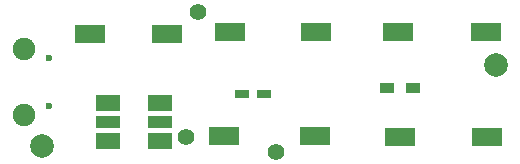
<source format=gbr>
G04 #@! TF.FileFunction,Soldermask,Bot*
%FSLAX46Y46*%
G04 Gerber Fmt 4.6, Leading zero omitted, Abs format (unit mm)*
G04 Created by KiCad (PCBNEW 4.0.2-stable) date 17.08.2016 12:28:09*
%MOMM*%
G01*
G04 APERTURE LIST*
%ADD10C,0.100000*%
%ADD11C,1.900000*%
%ADD12C,0.600000*%
%ADD13R,2.600000X1.600000*%
%ADD14C,2.000000*%
%ADD15R,2.500000X1.600000*%
%ADD16R,2.000000X1.400000*%
%ADD17R,2.000000X1.100000*%
%ADD18R,1.200000X0.900000*%
%ADD19C,1.397000*%
%ADD20R,1.200000X0.750000*%
G04 APERTURE END LIST*
D10*
D11*
X32735520Y-38893000D03*
D12*
X34885520Y-38068000D03*
D11*
X32735520Y-33243000D03*
D12*
X34885520Y-34068000D03*
D13*
X72003920Y-40716200D03*
X64622680Y-40716200D03*
X71920100Y-31800800D03*
X64465200Y-31793180D03*
X49710340Y-40652700D03*
X57393840Y-40652700D03*
X50192940Y-31805880D03*
X57492900Y-31826200D03*
D14*
X34320480Y-41493440D03*
D15*
X38326060Y-31991300D03*
X44884340Y-31988760D03*
D16*
X39900500Y-41033500D03*
D17*
X39900500Y-39433500D03*
D16*
X39900500Y-37833500D03*
X44300500Y-37833500D03*
D17*
X44300500Y-39433500D03*
D16*
X44300500Y-41033500D03*
D18*
X63543000Y-36576000D03*
X65743000Y-36576000D03*
D19*
X46451520Y-40726360D03*
X54102000Y-41973500D03*
X47513240Y-30139640D03*
D14*
X72755760Y-34655760D03*
D20*
X51206360Y-37089080D03*
X53106360Y-37089080D03*
M02*

</source>
